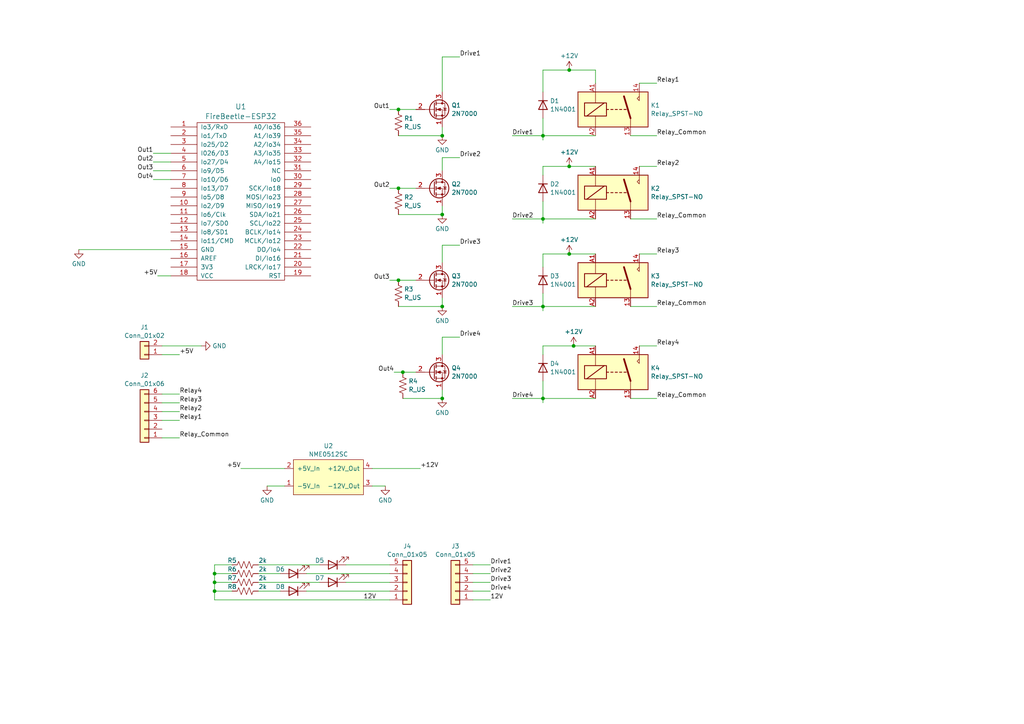
<source format=kicad_sch>
(kicad_sch (version 20230121) (generator eeschema)
  (paper "A4")
  (lib_symbols
    (symbol "Connector_Generic:Conn_01x02" (pin_names (offset 1.016) hide)
      (property "Reference" "J" (at 0 2.54 0))
      (property "Value" "Conn_01x02" (at 0 -5.08 0))
      (symbol "Conn_01x02_1_1"
        (rectangle (start -1.27 -2.413) (end 0 -2.667) (stroke (width 0.1524)))
        (rectangle (start -1.27 0.127) (end 0 -0.127) (stroke (width 0.1524)))
        (rectangle (start -1.27 1.27) (end 1.27 -3.81) (stroke (width 0.254)) (fill (type background)))
        (pin passive line (at -5.08 0 0) (length 3.81) (name "Pin_1") (number "1"))
        (pin passive line (at -5.08 -2.54 0) (length 3.81) (name "Pin_2") (number "2"))
      )
    )
    (symbol "Connector_Generic:Conn_01x05" (pin_names (offset 1.016) hide)
      (property "Reference" "J" (at 0 7.62 0))
      (property "Value" "Conn_01x05" (at 0 -7.62 0))
      (symbol "Conn_01x05_1_1"
        (rectangle (start -1.27 -4.953) (end 0 -5.207) (stroke (width 0.1524)))
        (rectangle (start -1.27 -2.413) (end 0 -2.667) (stroke (width 0.1524)))
        (rectangle (start -1.27 0.127) (end 0 -0.127) (stroke (width 0.1524)))
        (rectangle (start -1.27 2.667) (end 0 2.413) (stroke (width 0.1524)))
        (rectangle (start -1.27 5.207) (end 0 4.953) (stroke (width 0.1524)))
        (rectangle (start -1.27 6.35) (end 1.27 -6.35) (stroke (width 0.254)) (fill (type background)))
        (pin passive line (at -5.08 5.08 0) (length 3.81) (name "Pin_1") (number "1"))
        (pin passive line (at -5.08 2.54 0) (length 3.81) (name "Pin_2") (number "2"))
        (pin passive line (at -5.08 0 0) (length 3.81) (name "Pin_3") (number "3"))
        (pin passive line (at -5.08 -2.54 0) (length 3.81) (name "Pin_4") (number "4"))
        (pin passive line (at -5.08 -5.08 0) (length 3.81) (name "Pin_5") (number "5"))
      )
    )
    (symbol "Connector_Generic:Conn_01x06" (pin_names (offset 1.016) hide)
      (property "Reference" "J" (at 0 7.62 0))
      (property "Value" "Conn_01x06" (at 0 -10.16 0))
      (symbol "Conn_01x06_1_1"
        (rectangle (start -1.27 -7.493) (end 0 -7.747) (stroke (width 0.1524)))
        (rectangle (start -1.27 -4.953) (end 0 -5.207) (stroke (width 0.1524)))
        (rectangle (start -1.27 -2.413) (end 0 -2.667) (stroke (width 0.1524)))
        (rectangle (start -1.27 0.127) (end 0 -0.127) (stroke (width 0.1524)))
        (rectangle (start -1.27 2.667) (end 0 2.413) (stroke (width 0.1524)))
        (rectangle (start -1.27 5.207) (end 0 4.953) (stroke (width 0.1524)))
        (rectangle (start -1.27 6.35) (end 1.27 -8.89) (stroke (width 0.254)) (fill (type background)))
        (pin passive line (at -5.08 5.08 0) (length 3.81) (name "Pin_1") (number "1"))
        (pin passive line (at -5.08 2.54 0) (length 3.81) (name "Pin_2") (number "2"))
        (pin passive line (at -5.08 0 0) (length 3.81) (name "Pin_3") (number "3"))
        (pin passive line (at -5.08 -2.54 0) (length 3.81) (name "Pin_4") (number "4"))
        (pin passive line (at -5.08 -5.08 0) (length 3.81) (name "Pin_5") (number "5"))
        (pin passive line (at -5.08 -7.62 0) (length 3.81) (name "Pin_6") (number "6"))
      )
    )
    (symbol "Device:LED" (pin_numbers hide) (pin_names (offset 1.016) hide)
      (property "Reference" "D" (at 0 2.54 0))
      (property "Value" "LED" (at 0 -2.54 0))
      (symbol "LED_0_1"
        (polyline (pts (xy -1.27 -1.27) (xy -1.27 1.27)) (stroke (width 0.254)))
        (polyline (pts (xy -1.27 0) (xy 1.27 0)))
        (polyline (pts (xy 1.27 -1.27) (xy 1.27 1.27) (xy -1.27 0) (xy 1.27 -1.27)) (stroke (width 0.254)))
        (polyline (pts (xy -3.048 -0.762) (xy -4.572 -2.286) (xy -3.81 -2.286) (xy -4.572 -2.286) (xy -4.572 -1.524)))
        (polyline (pts (xy -1.778 -0.762) (xy -3.302 -2.286) (xy -2.54 -2.286) (xy -3.302 -2.286) (xy -3.302 -1.524)))
      )
      (symbol "LED_1_1"
        (pin passive line (at -3.81 0 0) (length 2.54) (name "K") (number "1"))
        (pin passive line (at 3.81 0 180) (length 2.54) (name "A") (number "2"))
      )
    )
    (symbol "Device:R_US" (pin_numbers hide) (pin_names (offset 0))
      (property "Reference" "R" (at 2.54 0 90))
      (property "Value" "R_US" (at -2.54 0 90))
      (symbol "R_US_0_1"
        (polyline (pts (xy 0 -2.286) (xy 0 -2.54)))
        (polyline (pts (xy 0 2.286) (xy 0 2.54)))
        (polyline (pts (xy 0 -0.762) (xy 1.016 -1.143) (xy 0 -1.524) (xy -1.016 -1.905) (xy 0 -2.286)))
        (polyline (pts (xy 0 0.762) (xy 1.016 0.381) (xy 0 0) (xy -1.016 -0.381) (xy 0 -0.762)))
        (polyline (pts (xy 0 2.286) (xy 1.016 1.905) (xy 0 1.524) (xy -1.016 1.143) (xy 0 0.762)))
      )
      (symbol "R_US_1_1"
        (pin passive line (at 0 3.81 270) (length 1.27) (name "~") (number "1"))
        (pin passive line (at 0 -3.81 90) (length 1.27) (name "~") (number "2"))
      )
    )
    (symbol "Diode:1N4001" (pin_numbers hide) (pin_names hide)
      (property "Reference" "D" (at 0 2.54 0))
      (property "Value" "1N4001" (at 0 -2.54 0))
      (symbol "1N4001_0_1"
        (polyline (pts (xy -1.27 1.27) (xy -1.27 -1.27)) (stroke (width 0.254)))
        (polyline (pts (xy 1.27 0) (xy -1.27 0)))
        (polyline (pts (xy 1.27 1.27) (xy 1.27 -1.27) (xy -1.27 0) (xy 1.27 1.27)) (stroke (width 0.254)))
      )
      (symbol "1N4001_1_1"
        (pin passive line (at -3.81 0 0) (length 2.54) (name "K") (number "1"))
        (pin passive line (at 3.81 0 180) (length 2.54) (name "A") (number "2"))
      )
    )
    (symbol "MyParts:FireBeetle-ESP32" (pin_names (offset 1.016))
      (property "Reference" "U" (at -11.43 26.67 0))
      (property "Value" "FireBeetle-ESP32" (at 10.16 26.67 0))
      (symbol "FireBeetle-ESP32_0_1"
        (rectangle (start -12.7 25.4) (end 12.7 -20.32))
      )
      (symbol "FireBeetle-ESP32_1_1"
        (pin power_in line (at -20.32 24.13 0) (length 7.62) (name "Io3/RxD") (number "1"))
        (pin bidirectional line (at -20.32 1.27 0) (length 7.62) (name "Io2/D9") (number "10"))
        (pin bidirectional line (at -20.32 -1.27 0) (length 7.62) (name "Io6/Clk") (number "11"))
        (pin bidirectional line (at -20.32 -3.81 0) (length 7.62) (name "Io7/SD0") (number "12"))
        (pin bidirectional line (at -20.32 -6.35 0) (length 7.62) (name "Io8/SD1") (number "13"))
        (pin bidirectional line (at -20.32 -8.89 0) (length 7.62) (name "Io11/CMD") (number "14"))
        (pin bidirectional line (at -20.32 -11.43 0) (length 7.62) (name "GND") (number "15"))
        (pin bidirectional line (at -20.32 -13.97 0) (length 7.62) (name "AREF") (number "16"))
        (pin bidirectional line (at -20.32 -16.51 0) (length 7.62) (name "3V3") (number "17"))
        (pin bidirectional line (at -20.32 -19.05 0) (length 7.62) (name "VCC") (number "18"))
        (pin bidirectional line (at 20.32 -19.05 180) (length 7.62) (name "RST") (number "19"))
        (pin power_in line (at -20.32 21.59 0) (length 7.62) (name "Io1/TxD") (number "2"))
        (pin bidirectional line (at 20.32 -16.51 180) (length 7.62) (name "LRCK/Io17") (number "20"))
        (pin bidirectional line (at 20.32 -13.97 180) (length 7.62) (name "DI/Io16") (number "21"))
        (pin bidirectional line (at 20.32 -11.43 180) (length 7.62) (name "DO/Io4") (number "22"))
        (pin bidirectional line (at 20.32 -8.89 180) (length 7.62) (name "MCLK/Io12") (number "23"))
        (pin bidirectional line (at 20.32 -6.35 180) (length 7.62) (name "BCLK/Io14") (number "24"))
        (pin bidirectional line (at 20.32 -3.81 180) (length 7.62) (name "SCL/Io22") (number "25"))
        (pin bidirectional line (at 20.32 -1.27 180) (length 7.62) (name "SDA/Io21") (number "26"))
        (pin bidirectional line (at 20.32 1.27 180) (length 7.62) (name "MISO/Io19") (number "27"))
        (pin bidirectional line (at 20.32 3.81 180) (length 7.62) (name "MOSI/Io23") (number "28"))
        (pin bidirectional line (at 20.32 6.35 180) (length 7.62) (name "SCK/Io18") (number "29"))
        (pin power_in line (at -20.32 19.05 0) (length 7.62) (name "Io25/D2") (number "3"))
        (pin bidirectional line (at 20.32 8.89 180) (length 7.62) (name "Io0") (number "30"))
        (pin bidirectional line (at 20.32 11.43 180) (length 7.62) (name "NC") (number "31"))
        (pin bidirectional line (at 20.32 13.97 180) (length 7.62) (name "A4/Io15") (number "32"))
        (pin bidirectional line (at 20.32 16.51 180) (length 7.62) (name "A3/Io35") (number "33"))
        (pin bidirectional line (at 20.32 19.05 180) (length 7.62) (name "A2/Io34") (number "34"))
        (pin bidirectional line (at 20.32 21.59 180) (length 7.62) (name "A1/Io39") (number "35"))
        (pin bidirectional line (at 20.32 24.13 180) (length 7.62) (name "A0/Io36") (number "36"))
        (pin bidirectional line (at -20.32 16.51 0) (length 7.62) (name "I026/D3") (number "4"))
        (pin bidirectional line (at -20.32 13.97 0) (length 7.62) (name "Io27/D4") (number "5"))
        (pin bidirectional line (at -20.32 11.43 0) (length 7.62) (name "Io9/D5") (number "6"))
        (pin bidirectional line (at -20.32 8.89 0) (length 7.62) (name "Io10/D6") (number "7"))
        (pin bidirectional line (at -20.32 6.35 0) (length 7.62) (name "Io13/D7") (number "8"))
        (pin bidirectional line (at -20.32 3.81 0) (length 7.62) (name "Io5/D8") (number "9"))
      )
    )
    (symbol "MyParts:NME0512SC" (pin_names (offset 1.016))
      (property "Reference" "U" (at -1.27 6.35 0))
      (property "Value" "NME0512SC" (at 0 -6.35 0))
      (symbol "NME0512SC_0_1"
        (rectangle (start 10.16 -5.08) (end -10.16 5.08) (fill (type background)))
      )
      (symbol "NME0512SC_1_1"
        (pin power_in line (at -12.7 -2.54 0) (length 2.54) (name "-5V_In") (number "1"))
        (pin power_in line (at -12.7 2.54 0) (length 2.54) (name "+5V_In") (number "2"))
        (pin power_out line (at 12.7 -2.54 180) (length 2.54) (name "-12V_Out") (number "3"))
        (pin power_out line (at 12.7 2.54 180) (length 2.54) (name "+12V_Out") (number "4"))
      )
    )
    (symbol "Relay:Relay_SPST-NO"
      (property "Reference" "K" (at 11.43 3.81 0))
      (property "Value" "Relay_SPST-NO" (at 11.43 1.27 0))
      (symbol "Relay_SPST-NO_0_0"
        (polyline (pts (xy 7.62 5.08) (xy 7.62 2.54) (xy 6.985 3.175) (xy 7.62 3.81)))
      )
      (symbol "Relay_SPST-NO_0_1"
        (rectangle (start -10.16 5.08) (end 10.16 -5.08) (stroke (width 0.254)) (fill (type background)))
        (rectangle (start -8.255 1.905) (end -1.905 -1.905) (stroke (width 0.254)))
        (polyline (pts (xy -7.62 -1.905) (xy -2.54 1.905)) (stroke (width 0.254)))
        (polyline (pts (xy -5.08 -5.08) (xy -5.08 -1.905)))
        (polyline (pts (xy -5.08 5.08) (xy -5.08 1.905)))
        (polyline (pts (xy -1.905 0) (xy -1.27 0)) (stroke (width 0.254)))
        (polyline (pts (xy -0.635 0) (xy 0 0)) (stroke (width 0.254)))
        (polyline (pts (xy 0.635 0) (xy 1.27 0)) (stroke (width 0.254)))
        (polyline (pts (xy 1.905 0) (xy 2.54 0)) (stroke (width 0.254)))
        (polyline (pts (xy 3.175 0) (xy 3.81 0)) (stroke (width 0.254)))
        (polyline (pts (xy 5.08 -2.54) (xy 3.175 3.81)) (stroke (width 0.508)))
        (polyline (pts (xy 5.08 -2.54) (xy 5.08 -5.08)))
      )
      (symbol "Relay_SPST-NO_1_1"
        (pin passive line (at 5.08 -7.62 90) (length 2.54) (name "~") (number "13"))
        (pin passive line (at 7.62 7.62 270) (length 2.54) (name "~") (number "14"))
        (pin passive line (at -5.08 7.62 270) (length 2.54) (name "~") (number "A1"))
        (pin passive line (at -5.08 -7.62 90) (length 2.54) (name "~") (number "A2"))
      )
    )
    (symbol "Transistor_FET:2N7000" (pin_names hide)
      (property "Reference" "Q" (at 5.08 1.905 0))
      (property "Value" "2N7000" (at 5.08 0 0))
      (symbol "2N7000_0_1"
        (polyline (pts (xy 0.254 0) (xy -2.54 0)))
        (polyline (pts (xy 0.254 1.905) (xy 0.254 -1.905)) (stroke (width 0.254)))
        (polyline (pts (xy 0.762 -1.27) (xy 0.762 -2.286)) (stroke (width 0.254)))
        (polyline (pts (xy 0.762 0.508) (xy 0.762 -0.508)) (stroke (width 0.254)))
        (polyline (pts (xy 0.762 2.286) (xy 0.762 1.27)) (stroke (width 0.254)))
        (polyline (pts (xy 2.54 2.54) (xy 2.54 1.778)))
        (polyline (pts (xy 2.54 -2.54) (xy 2.54 0) (xy 0.762 0)))
        (polyline (pts (xy 0.762 -1.778) (xy 3.302 -1.778) (xy 3.302 1.778) (xy 0.762 1.778)))
        (polyline (pts (xy 1.016 0) (xy 2.032 0.381) (xy 2.032 -0.381) (xy 1.016 0)) (fill (type outline)))
        (polyline (pts (xy 2.794 0.508) (xy 2.921 0.381) (xy 3.683 0.381) (xy 3.81 0.254)))
        (polyline (pts (xy 3.302 0.381) (xy 2.921 -0.254) (xy 3.683 -0.254) (xy 3.302 0.381)))
        (circle (center 1.651 0) (radius 2.794) (stroke (width 0.254)))
        (circle (center 2.54 -1.778) (radius 0.254) (fill (type outline)))
        (circle (center 2.54 1.778) (radius 0.254) (fill (type outline)))
      )
      (symbol "2N7000_1_1"
        (pin passive line (at 2.54 -5.08 90) (length 2.54) (name "S") (number "1"))
        (pin input line (at -5.08 0 0) (length 2.54) (name "G") (number "2"))
        (pin passive line (at 2.54 5.08 270) (length 2.54) (name "D") (number "3"))
      )
    )
    (symbol "power:+12V" (power) (pin_names (offset 0))
      (property "Value" "+12V" (at 0 3.556 0))
      (symbol "+12V_0_1"
        (polyline (pts (xy -0.762 1.27) (xy 0 2.54)))
        (polyline (pts (xy 0 0) (xy 0 2.54)))
        (polyline (pts (xy 0 2.54) (xy 0.762 1.27)))
      )
      (symbol "+12V_1_1"
        (pin power_in line (at 0 0 90) (length 0) hide (name "+12V") (number "1"))
      )
    )
    (symbol "power:GND" (power) (pin_names (offset 0))
      (property "Value" "GND" (at 0 -3.81 0))
      (symbol "GND_0_1"
        (polyline (pts (xy 0 0) (xy 0 -1.27) (xy 1.27 -1.27) (xy 0 -2.54) (xy -1.27 -1.27) (xy 0 -1.27)))
      )
      (symbol "GND_1_1"
        (pin power_in line (at 0 0 270) (length 0) hide (name "GND") (number "1"))
      )
    )
  )
  (junction (at 165.1 48.26))
  (junction (at 166.37 100.33))
  (junction (at 115.57 54.61))
  (junction (at 115.57 31.75))
  (junction (at 62.23 166.37))
  (junction (at 157.48 88.9))
  (junction (at 165.1 20.32))
  (junction (at 128.27 39.37))
  (junction (at 128.27 62.23))
  (junction (at 165.1 73.66))
  (junction (at 157.48 39.37))
  (junction (at 115.57 81.28))
  (junction (at 157.48 115.57))
  (junction (at 62.23 168.91))
  (junction (at 62.23 171.45))
  (junction (at 157.48 63.5))
  (junction (at 128.27 88.9))
  (junction (at 116.84 107.95))
  (junction (at 128.27 115.57))
  (wire (pts (xy 115.57 88.9) (xy 128.27 88.9)))
  (wire (pts (xy 137.16 173.99) (xy 142.24 173.99)))
  (wire (pts (xy 115.57 62.23) (xy 128.27 62.23)))
  (wire (pts (xy 157.48 63.5) (xy 157.48 64.77)))
  (wire (pts (xy 128.27 45.72) (xy 133.35 45.72)))
  (wire (pts (xy 157.48 20.32) (xy 165.1 20.32)))
  (wire (pts (xy 100.33 168.91) (xy 113.03 168.91)))
  (wire (pts (xy 100.33 163.83) (xy 113.03 163.83)))
  (wire (pts (xy 182.88 88.9) (xy 190.5 88.9)))
  (wire (pts (xy 128.27 86.36) (xy 128.27 88.9)))
  (wire (pts (xy 137.16 166.37) (xy 142.24 166.37)))
  (wire (pts (xy 148.59 63.5) (xy 157.48 63.5)))
  (wire (pts (xy 46.99 114.3) (xy 52.07 114.3)))
  (wire (pts (xy 185.42 48.26) (xy 190.5 48.26)))
  (wire (pts (xy 62.23 168.91) (xy 62.23 171.45)))
  (wire (pts (xy 74.93 168.91) (xy 92.71 168.91)))
  (wire (pts (xy 44.45 49.53) (xy 49.53 49.53)))
  (wire (pts (xy 157.48 88.9) (xy 172.72 88.9)))
  (wire (pts (xy 114.3 107.95) (xy 116.84 107.95)))
  (wire (pts (xy 157.48 115.57) (xy 172.72 115.57)))
  (wire (pts (xy 22.86 72.39) (xy 49.53 72.39)))
  (wire (pts (xy 46.99 100.33) (xy 58.42 100.33)))
  (wire (pts (xy 148.59 88.9) (xy 157.48 88.9)))
  (wire (pts (xy 74.93 171.45) (xy 81.28 171.45)))
  (wire (pts (xy 69.85 135.89) (xy 82.55 135.89)))
  (wire (pts (xy 116.84 107.95) (xy 120.65 107.95)))
  (wire (pts (xy 182.88 63.5) (xy 190.5 63.5)))
  (wire (pts (xy 62.23 168.91) (xy 67.31 168.91)))
  (wire (pts (xy 172.72 48.26) (xy 165.1 48.26)))
  (wire (pts (xy 62.23 163.83) (xy 62.23 166.37)))
  (wire (pts (xy 166.37 100.33) (xy 157.48 100.33)))
  (wire (pts (xy 157.48 88.9) (xy 157.48 90.17)))
  (wire (pts (xy 157.48 100.33) (xy 157.48 102.87)))
  (wire (pts (xy 128.27 16.51) (xy 128.27 26.67)))
  (wire (pts (xy 157.48 34.29) (xy 157.48 39.37)))
  (wire (pts (xy 46.99 119.38) (xy 52.07 119.38)))
  (wire (pts (xy 157.48 39.37) (xy 172.72 39.37)))
  (wire (pts (xy 115.57 81.28) (xy 120.65 81.28)))
  (wire (pts (xy 107.95 140.97) (xy 111.76 140.97)))
  (wire (pts (xy 116.84 115.57) (xy 128.27 115.57)))
  (wire (pts (xy 113.03 31.75) (xy 115.57 31.75)))
  (wire (pts (xy 67.31 163.83) (xy 62.23 163.83)))
  (wire (pts (xy 157.48 48.26) (xy 157.48 50.8)))
  (wire (pts (xy 172.72 100.33) (xy 166.37 100.33)))
  (wire (pts (xy 115.57 31.75) (xy 120.65 31.75)))
  (wire (pts (xy 172.72 20.32) (xy 172.72 24.13)))
  (wire (pts (xy 148.59 39.37) (xy 157.48 39.37)))
  (wire (pts (xy 128.27 71.12) (xy 133.35 71.12)))
  (wire (pts (xy 62.23 171.45) (xy 67.31 171.45)))
  (wire (pts (xy 165.1 73.66) (xy 157.48 73.66)))
  (wire (pts (xy 46.99 127) (xy 52.07 127)))
  (wire (pts (xy 62.23 166.37) (xy 67.31 166.37)))
  (wire (pts (xy 44.45 44.45) (xy 49.53 44.45)))
  (wire (pts (xy 74.93 166.37) (xy 81.28 166.37)))
  (wire (pts (xy 113.03 54.61) (xy 115.57 54.61)))
  (wire (pts (xy 62.23 171.45) (xy 62.23 173.99)))
  (wire (pts (xy 128.27 97.79) (xy 133.35 97.79)))
  (wire (pts (xy 157.48 39.37) (xy 157.48 40.64)))
  (wire (pts (xy 107.95 135.89) (xy 121.92 135.89)))
  (wire (pts (xy 113.03 81.28) (xy 115.57 81.28)))
  (wire (pts (xy 115.57 39.37) (xy 128.27 39.37)))
  (wire (pts (xy 157.48 115.57) (xy 157.48 116.84)))
  (wire (pts (xy 185.42 24.13) (xy 190.5 24.13)))
  (wire (pts (xy 128.27 45.72) (xy 128.27 49.53)))
  (wire (pts (xy 128.27 97.79) (xy 128.27 102.87)))
  (wire (pts (xy 157.48 85.09) (xy 157.48 88.9)))
  (wire (pts (xy 157.48 20.32) (xy 157.48 26.67)))
  (wire (pts (xy 46.99 102.87) (xy 52.07 102.87)))
  (wire (pts (xy 157.48 63.5) (xy 172.72 63.5)))
  (wire (pts (xy 157.48 73.66) (xy 157.48 77.47)))
  (wire (pts (xy 137.16 171.45) (xy 142.24 171.45)))
  (wire (pts (xy 128.27 113.03) (xy 128.27 115.57)))
  (wire (pts (xy 77.47 140.97) (xy 82.55 140.97)))
  (wire (pts (xy 44.45 52.07) (xy 49.53 52.07)))
  (wire (pts (xy 182.88 115.57) (xy 190.5 115.57)))
  (wire (pts (xy 88.9 171.45) (xy 113.03 171.45)))
  (wire (pts (xy 172.72 73.66) (xy 165.1 73.66)))
  (wire (pts (xy 44.45 46.99) (xy 49.53 46.99)))
  (wire (pts (xy 185.42 73.66) (xy 190.5 73.66)))
  (wire (pts (xy 74.93 163.83) (xy 92.71 163.83)))
  (wire (pts (xy 157.48 58.42) (xy 157.48 63.5)))
  (wire (pts (xy 137.16 168.91) (xy 142.24 168.91)))
  (wire (pts (xy 165.1 48.26) (xy 157.48 48.26)))
  (wire (pts (xy 128.27 16.51) (xy 133.35 16.51)))
  (wire (pts (xy 165.1 20.32) (xy 172.72 20.32)))
  (wire (pts (xy 128.27 36.83) (xy 128.27 39.37)))
  (wire (pts (xy 157.48 110.49) (xy 157.48 115.57)))
  (wire (pts (xy 62.23 166.37) (xy 62.23 168.91)))
  (wire (pts (xy 88.9 166.37) (xy 113.03 166.37)))
  (wire (pts (xy 128.27 59.69) (xy 128.27 62.23)))
  (wire (pts (xy 46.99 116.84) (xy 52.07 116.84)))
  (wire (pts (xy 148.59 115.57) (xy 157.48 115.57)))
  (wire (pts (xy 137.16 163.83) (xy 142.24 163.83)))
  (wire (pts (xy 62.23 173.99) (xy 113.03 173.99)))
  (wire (pts (xy 182.88 39.37) (xy 190.5 39.37)))
  (wire (pts (xy 128.27 71.12) (xy 128.27 76.2)))
  (wire (pts (xy 45.72 80.01) (xy 49.53 80.01)))
  (wire (pts (xy 185.42 100.33) (xy 190.5 100.33)))
  (wire (pts (xy 46.99 121.92) (xy 52.07 121.92)))
  (wire (pts (xy 115.57 54.61) (xy 120.65 54.61)))
  (label "Relay1" (at 52.07 121.92 0))
  (label "Drive2" (at 148.59 63.5 0))
  (label "Out4" (at 44.45 52.07 180))
  (label "Relay_Common" (at 190.5 88.9 0))
  (label "12V" (at 105.41 173.99 0))
  (label "Relay_Common" (at 52.07 127 0))
  (label "Drive4" (at 133.35 97.79 0))
  (label "+5V" (at 52.07 102.87 0))
  (label "Relay_Common" (at 190.5 39.37 0))
  (label "+5V" (at 69.85 135.89 180))
  (label "Out2" (at 113.03 54.61 180))
  (label "Out4" (at 114.3 107.95 180))
  (label "Drive4" (at 142.24 171.45 0))
  (label "Relay4" (at 190.5 100.33 0))
  (label "Drive3" (at 142.24 168.91 0))
  (label "Drive1" (at 133.35 16.51 0))
  (label "Drive2" (at 142.24 166.37 0))
  (label "Drive2" (at 133.35 45.72 0))
  (label "+5V" (at 45.72 80.01 180))
  (label "Out3" (at 113.03 81.28 180))
  (label "Relay1" (at 190.5 24.13 0))
  (label "Relay2" (at 190.5 48.26 0))
  (label "Drive1" (at 142.24 163.83 0))
  (label "Drive3" (at 148.59 88.9 0))
  (label "Out2" (at 44.45 46.99 180))
  (label "Relay_Common" (at 190.5 63.5 0))
  (label "+12V" (at 121.92 135.89 0))
  (label "Drive4" (at 148.59 115.57 0))
  (label "12V" (at 142.24 173.99 0))
  (label "Relay3" (at 52.07 116.84 0))
  (label "Relay3" (at 190.5 73.66 0))
  (label "Drive3" (at 133.35 71.12 0))
  (label "Relay_Common" (at 190.5 115.57 0))
  (label "Out1" (at 113.03 31.75 180))
  (label "Out3" (at 44.45 49.53 180))
  (label "Relay2" (at 52.07 119.38 0))
  (label "Relay4" (at 52.07 114.3 0))
  (label "Drive1" (at 148.59 39.37 0))
  (label "Out1" (at 44.45 44.45 180))
  (symbol (lib_id "power:GND") (at 128.27 39.37 0) (unit 1)
    (property "Reference" "#PWR01" (effects hide))
    (property "Value" "GND" (at 128.27 43.5031 0))
  )
  (symbol (lib_id "Connector_Generic:Conn_01x05") (at 132.08 168.91 180) (unit 1)
    (property "Reference" "J3" (at 132.08 158.4157 0))
    (property "Value" "Conn_01x05" (at 132.08 160.8399 0))
  )
  (symbol (lib_id "Device:R_US") (at 71.12 168.91 90) (unit 1)
    (property "Reference" "R7" (at 67.31 167.64 90))
    (property "Value" "2k" (at 76.2 167.64 90))
  )
  (symbol (lib_id "Device:R_US") (at 115.57 85.09 0) (unit 1)
    (property "Reference" "R3" (at 117.221 83.8779 0) (effects (justify left)))
    (property "Value" "R_US" (at 117.221 86.3021 0) (effects (justify left)))
  )
  (symbol (lib_id "Connector_Generic:Conn_01x02") (at 41.91 102.87 180) (unit 1)
    (property "Reference" "J1" (at 41.91 94.9157 0))
    (property "Value" "Conn_01x02" (at 41.91 97.3399 0))
  )
  (symbol (lib_id "MyParts:NME0512SC") (at 95.25 138.43 0) (unit 1)
    (property "Reference" "U2" (at 95.25 129.3327 0))
    (property "Value" "NME0512SC" (at 95.25 131.7569 0))
  )
  (symbol (lib_id "power:GND") (at 128.27 115.57 0) (unit 1)
    (property "Reference" "#PWR04" (effects hide))
    (property "Value" "GND" (at 128.27 119.7031 0))
  )
  (symbol (lib_id "power:+12V") (at 165.1 48.26 0) (unit 1)
    (property "Reference" "#PWR014" (effects hide))
    (property "Value" "+12V" (at 165.1 44.1269 0))
  )
  (symbol (lib_id "Transistor_FET:2N7000") (at 125.73 81.28 0) (unit 1)
    (property "Reference" "Q3" (at 130.937 80.0679 0) (effects (justify left)))
    (property "Value" "2N7000" (at 130.937 82.4921 0) (effects (justify left)))
    (property "Footprint" "Package_TO_SOT_THT:TO-92_Inline" (effects hide))
    (property "Datasheet" "https://www.vishay.com/docs/70226/70226.pdf" (effects hide))
  )
  (symbol (lib_id "Transistor_FET:2N7000") (at 125.73 54.61 0) (unit 1)
    (property "Reference" "Q2" (at 130.937 53.3979 0) (effects (justify left)))
    (property "Value" "2N7000" (at 130.937 55.8221 0) (effects (justify left)))
    (property "Footprint" "Package_TO_SOT_THT:TO-92_Inline" (effects hide))
    (property "Datasheet" "https://www.vishay.com/docs/70226/70226.pdf" (effects hide))
  )
  (symbol (lib_id "Device:R_US") (at 115.57 35.56 0) (unit 1)
    (property "Reference" "R1" (at 117.221 34.3479 0) (effects (justify left)))
    (property "Value" "R_US" (at 117.221 36.7721 0) (effects (justify left)))
  )
  (symbol (lib_id "MyParts:FireBeetle-ESP32") (at 69.85 60.96 0) (unit 1)
    (property "Reference" "U1" (at 69.85 30.9298 0) (effects (font (size 1.524 1.524))))
    (property "Value" "FireBeetle-ESP32" (at 69.85 33.7626 0) (effects (font (size 1.524 1.524))))
  )
  (symbol (lib_id "Transistor_FET:2N7000") (at 125.73 107.95 0) (unit 1)
    (property "Reference" "Q4" (at 130.937 106.7379 0) (effects (justify left)))
    (property "Value" "2N7000" (at 130.937 109.1621 0) (effects (justify left)))
    (property "Footprint" "Package_TO_SOT_THT:TO-92_Inline" (effects hide))
    (property "Datasheet" "https://www.vishay.com/docs/70226/70226.pdf" (effects hide))
  )
  (symbol (lib_id "power:+12V") (at 166.37 100.33 0) (unit 1)
    (property "Reference" "#PWR016" (effects hide))
    (property "Value" "+12V" (at 166.37 96.1969 0))
  )
  (symbol (lib_id "power:GND") (at 22.86 72.39 0) (unit 1)
    (property "Reference" "#PWR011" (effects hide))
    (property "Value" "GND" (at 22.86 76.5231 0))
  )
  (symbol (lib_id "Device:R_US") (at 116.84 111.76 0) (unit 1)
    (property "Reference" "R4" (at 118.491 110.5479 0) (effects (justify left)))
    (property "Value" "R_US" (at 118.491 112.9721 0) (effects (justify left)))
  )
  (symbol (lib_id "Transistor_FET:2N7000") (at 125.73 31.75 0) (unit 1)
    (property "Reference" "Q1" (at 130.937 30.5379 0) (effects (justify left)))
    (property "Value" "2N7000" (at 130.937 32.9621 0) (effects (justify left)))
    (property "Footprint" "Package_TO_SOT_THT:TO-92_Inline" (effects hide))
    (property "Datasheet" "https://www.vishay.com/docs/70226/70226.pdf" (effects hide))
  )
  (symbol (lib_id "Diode:1N4001") (at 157.48 30.48 270) (unit 1)
    (property "Reference" "D1" (at 159.512 29.2679 90) (effects (justify left)))
    (property "Value" "1N4001" (at 159.512 31.6921 90) (effects (justify left)))
    (property "Footprint" "Diode_THT:D_DO-41_SOD81_P10.16mm_Horizontal" (effects hide))
    (property "Datasheet" "http://www.vishay.com/docs/88503/1n4001.pdf" (effects hide))
    (property "Sim.Device" "D" (effects hide))
    (property "Sim.Pins" "1=K 2=A" (effects hide))
  )
  (symbol (lib_id "Device:R_US") (at 115.57 58.42 0) (unit 1)
    (property "Reference" "R2" (at 117.221 57.2079 0) (effects (justify left)))
    (property "Value" "R_US" (at 117.221 59.6321 0) (effects (justify left)))
  )
  (symbol (lib_id "Relay:Relay_SPST-NO") (at 177.8 81.28 0) (unit 1)
    (property "Reference" "K3" (at 188.722 80.0679 0) (effects (justify left)))
    (property "Value" "Relay_SPST-NO" (at 188.722 82.4921 0) (effects (justify left)))
  )
  (symbol (lib_id "Device:LED") (at 96.52 168.91 180) (unit 1)
    (property "Reference" "D7" (at 92.71 167.64 0))
    (property "Value" "LED" (effects hide))
  )
  (symbol (lib_id "Device:LED") (at 85.09 166.37 180) (unit 1)
    (property "Reference" "D6" (at 81.28 165.1 0))
    (property "Value" "LED" (effects hide))
  )
  (symbol (lib_id "Connector_Generic:Conn_01x06") (at 41.91 121.92 180) (unit 1)
    (property "Reference" "J2" (at 41.91 108.8857 0))
    (property "Value" "Conn_01x06" (at 41.91 111.3099 0))
  )
  (symbol (lib_id "power:+12V") (at 165.1 20.32 0) (unit 1)
    (property "Reference" "#PWR013" (effects hide))
    (property "Value" "+12V" (at 165.1 16.1869 0))
  )
  (symbol (lib_id "Device:R_US") (at 71.12 166.37 90) (unit 1)
    (property "Reference" "R6" (at 67.31 165.1 90))
    (property "Value" "2k" (at 76.2 165.1 90))
  )
  (symbol (lib_id "Device:LED") (at 96.52 163.83 180) (unit 1)
    (property "Reference" "D5" (at 92.71 162.56 0))
    (property "Value" "LED" (effects hide))
  )
  (symbol (lib_id "Relay:Relay_SPST-NO") (at 177.8 31.75 0) (unit 1)
    (property "Reference" "K1" (at 188.722 30.5379 0) (effects (justify left)))
    (property "Value" "Relay_SPST-NO" (at 188.722 32.9621 0) (effects (justify left)))
  )
  (symbol (lib_id "Diode:1N4001") (at 157.48 54.61 270) (unit 1)
    (property "Reference" "D2" (at 159.512 53.3979 90) (effects (justify left)))
    (property "Value" "1N4001" (at 159.512 55.8221 90) (effects (justify left)))
    (property "Footprint" "Diode_THT:D_DO-41_SOD81_P10.16mm_Horizontal" (effects hide))
    (property "Datasheet" "http://www.vishay.com/docs/88503/1n4001.pdf" (effects hide))
    (property "Sim.Device" "D" (effects hide))
    (property "Sim.Pins" "1=K 2=A" (effects hide))
  )
  (symbol (lib_id "Connector_Generic:Conn_01x05") (at 118.11 168.91 0) (mirror x) (unit 1)
    (property "Reference" "J4" (at 118.11 158.4157 0))
    (property "Value" "Conn_01x05" (at 118.11 160.8399 0))
  )
  (symbol (lib_id "Diode:1N4001") (at 157.48 106.68 270) (unit 1)
    (property "Reference" "D4" (at 159.512 105.4679 90) (effects (justify left)))
    (property "Value" "1N4001" (at 159.512 107.8921 90) (effects (justify left)))
    (property "Footprint" "Diode_THT:D_DO-41_SOD81_P10.16mm_Horizontal" (effects hide))
    (property "Datasheet" "http://www.vishay.com/docs/88503/1n4001.pdf" (effects hide))
    (property "Sim.Device" "D" (effects hide))
    (property "Sim.Pins" "1=K 2=A" (effects hide))
  )
  (symbol (lib_id "power:GND") (at 111.76 140.97 0) (unit 1)
    (property "Reference" "#PWR010" (effects hide))
    (property "Value" "GND" (at 111.76 145.1031 0))
  )
  (symbol (lib_id "power:GND") (at 77.47 140.97 0) (unit 1)
    (property "Reference" "#PWR09" (effects hide))
    (property "Value" "GND" (at 77.47 145.1031 0))
  )
  (symbol (lib_id "Diode:1N4001") (at 157.48 81.28 270) (unit 1)
    (property "Reference" "D3" (at 159.512 80.0679 90) (effects (justify left)))
    (property "Value" "1N4001" (at 159.512 82.4921 90) (effects (justify left)))
    (property "Footprint" "Diode_THT:D_DO-41_SOD81_P10.16mm_Horizontal" (effects hide))
    (property "Datasheet" "http://www.vishay.com/docs/88503/1n4001.pdf" (effects hide))
    (property "Sim.Device" "D" (effects hide))
    (property "Sim.Pins" "1=K 2=A" (effects hide))
  )
  (symbol (lib_id "Device:R_US") (at 71.12 163.83 90) (unit 1)
    (property "Reference" "R5" (at 67.31 162.56 90))
    (property "Value" "2k" (at 76.2 162.56 90))
  )
  (symbol (lib_id "Relay:Relay_SPST-NO") (at 177.8 55.88 0) (unit 1)
    (property "Reference" "K2" (at 188.722 54.6679 0) (effects (justify left)))
    (property "Value" "Relay_SPST-NO" (at 188.722 57.0921 0) (effects (justify left)))
  )
  (symbol (lib_id "power:GND") (at 128.27 88.9 0) (unit 1)
    (property "Reference" "#PWR03" (effects hide))
    (property "Value" "GND" (at 128.27 93.0331 0))
  )
  (symbol (lib_id "power:GND") (at 128.27 62.23 0) (unit 1)
    (property "Reference" "#PWR02" (effects hide))
    (property "Value" "GND" (at 128.27 66.3631 0))
  )
  (symbol (lib_id "Relay:Relay_SPST-NO") (at 177.8 107.95 0) (unit 1)
    (property "Reference" "K4" (at 188.722 106.7379 0) (effects (justify left)))
    (property "Value" "Relay_SPST-NO" (at 188.722 109.1621 0) (effects (justify left)))
  )
  (symbol (lib_id "Device:R_US") (at 71.12 171.45 90) (unit 1)
    (property "Reference" "R8" (at 67.31 170.18 90))
    (property "Value" "2k" (at 76.2 170.18 90))
  )
  (symbol (lib_id "Device:LED") (at 85.09 171.45 180) (unit 1)
    (property "Reference" "D8" (at 81.28 170.18 0))
    (property "Value" "LED" (effects hide))
  )
  (symbol (lib_id "power:+12V") (at 165.1 73.66 0) (unit 1)
    (property "Reference" "#PWR015" (effects hide))
    (property "Value" "+12V" (at 165.1 69.5269 0))
  )
  (symbol (lib_id "power:GND") (at 58.42 100.33 90) (unit 1)
    (property "Reference" "#PWR012" (effects hide))
    (property "Value" "GND" (at 61.595 100.33 90) (effects (justify right)))
  )
)
</source>
